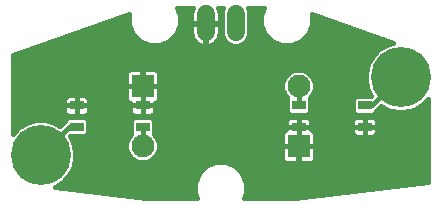
<source format=gbl>
G75*
%MOIN*%
%OFA0B0*%
%FSLAX25Y25*%
%IPPOS*%
%LPD*%
%AMOC8*
5,1,8,0,0,1.08239X$1,22.5*
%
%ADD10C,0.07600*%
%ADD11R,0.07600X0.07600*%
%ADD12R,0.04724X0.03150*%
%ADD13C,0.05937*%
%ADD14C,0.20000*%
%ADD15C,0.01600*%
D10*
X0049800Y0023175D03*
X0101800Y0043175D03*
D11*
X0101800Y0023175D03*
X0049800Y0043175D03*
D12*
X0049800Y0036718D03*
X0049800Y0029632D03*
X0027800Y0029632D03*
X0027800Y0036718D03*
X0101800Y0036718D03*
X0101800Y0029632D03*
X0123800Y0029632D03*
X0123800Y0036718D03*
D13*
X0080800Y0061206D02*
X0080800Y0067144D01*
X0070800Y0067144D02*
X0070800Y0061206D01*
D14*
X0015800Y0046175D03*
X0015800Y0020175D03*
X0135800Y0020175D03*
X0135800Y0046175D03*
D15*
X0022923Y0010893D02*
X0020487Y0009486D01*
X0051075Y0005975D01*
X0067923Y0005975D01*
X0067250Y0007599D01*
X0067250Y0011001D01*
X0068552Y0014143D01*
X0070957Y0016548D01*
X0074099Y0017850D01*
X0077501Y0017850D01*
X0080643Y0016548D01*
X0083048Y0014143D01*
X0084350Y0011001D01*
X0084350Y0007599D01*
X0083677Y0005975D01*
X0100525Y0005975D01*
X0145000Y0011080D01*
X0145000Y0038970D01*
X0142923Y0036893D01*
X0140277Y0035366D01*
X0137327Y0034575D01*
X0134273Y0034575D01*
X0131323Y0035366D01*
X0129460Y0036441D01*
X0127762Y0034743D01*
X0127762Y0034481D01*
X0126825Y0033544D01*
X0120775Y0033544D01*
X0119838Y0034481D01*
X0119838Y0038956D01*
X0120775Y0039893D01*
X0126032Y0039893D01*
X0124991Y0041698D01*
X0124200Y0044648D01*
X0124200Y0047702D01*
X0124991Y0050652D01*
X0126518Y0053298D01*
X0128677Y0055457D01*
X0131323Y0056984D01*
X0133370Y0057533D01*
X0106295Y0067134D01*
X0106350Y0067001D01*
X0106350Y0063599D01*
X0105048Y0060457D01*
X0102643Y0058052D01*
X0099501Y0056750D01*
X0096099Y0056750D01*
X0092957Y0058052D01*
X0090552Y0060457D01*
X0089250Y0063599D01*
X0089250Y0067001D01*
X0090233Y0069375D01*
X0084821Y0069375D01*
X0085368Y0068052D01*
X0085368Y0060298D01*
X0084673Y0058619D01*
X0083388Y0057334D01*
X0081709Y0056638D01*
X0079891Y0056638D01*
X0078212Y0057334D01*
X0076927Y0058619D01*
X0076231Y0060298D01*
X0076231Y0068052D01*
X0076779Y0069375D01*
X0075015Y0069375D01*
X0075219Y0068974D01*
X0075451Y0068260D01*
X0075568Y0067519D01*
X0075568Y0064359D01*
X0070984Y0064359D01*
X0070984Y0063991D01*
X0070984Y0056438D01*
X0071175Y0056438D01*
X0071917Y0056555D01*
X0072630Y0056787D01*
X0073299Y0057128D01*
X0073906Y0057569D01*
X0074437Y0058100D01*
X0074878Y0058707D01*
X0075219Y0059376D01*
X0075451Y0060090D01*
X0075568Y0060831D01*
X0075568Y0063991D01*
X0070984Y0063991D01*
X0070616Y0063991D01*
X0070616Y0056438D01*
X0070425Y0056438D01*
X0069683Y0056555D01*
X0068970Y0056787D01*
X0068301Y0057128D01*
X0067694Y0057569D01*
X0067163Y0058100D01*
X0066722Y0058707D01*
X0066381Y0059376D01*
X0066149Y0060090D01*
X0066031Y0060831D01*
X0066031Y0063991D01*
X0070616Y0063991D01*
X0070616Y0064359D01*
X0066031Y0064359D01*
X0066031Y0067519D01*
X0066149Y0068260D01*
X0066381Y0068974D01*
X0066585Y0069375D01*
X0061367Y0069375D01*
X0062350Y0067001D01*
X0062350Y0063599D01*
X0061048Y0060457D01*
X0058643Y0058052D01*
X0055501Y0056750D01*
X0052099Y0056750D01*
X0048957Y0058052D01*
X0046552Y0060457D01*
X0045250Y0063599D01*
X0045250Y0067001D01*
X0045305Y0067134D01*
X0006600Y0053409D01*
X0006600Y0027380D01*
X0008677Y0029457D01*
X0011323Y0030984D01*
X0014273Y0031775D01*
X0017327Y0031775D01*
X0020277Y0030984D01*
X0022140Y0029909D01*
X0023838Y0031607D01*
X0023838Y0031869D01*
X0024775Y0032806D01*
X0030825Y0032806D01*
X0031762Y0031869D01*
X0031762Y0027394D01*
X0030825Y0026457D01*
X0025568Y0026457D01*
X0026609Y0024652D01*
X0027400Y0021702D01*
X0027400Y0018648D01*
X0026609Y0015698D01*
X0025082Y0013052D01*
X0022923Y0010893D01*
X0022703Y0010766D02*
X0067250Y0010766D01*
X0067250Y0009168D02*
X0023264Y0009168D01*
X0024394Y0012365D02*
X0067815Y0012365D01*
X0068477Y0013963D02*
X0025608Y0013963D01*
X0026531Y0015562D02*
X0069970Y0015562D01*
X0072434Y0017160D02*
X0027001Y0017160D01*
X0027400Y0018759D02*
X0046580Y0018759D01*
X0046741Y0018597D02*
X0048726Y0017775D01*
X0050874Y0017775D01*
X0052859Y0018597D01*
X0054378Y0020116D01*
X0055200Y0022101D01*
X0055200Y0024249D01*
X0054378Y0026234D01*
X0053490Y0027122D01*
X0053762Y0027394D01*
X0053762Y0031869D01*
X0052825Y0032806D01*
X0046775Y0032806D01*
X0045838Y0031869D01*
X0045838Y0027394D01*
X0046110Y0027122D01*
X0045222Y0026234D01*
X0044400Y0024249D01*
X0044400Y0022101D01*
X0045222Y0020116D01*
X0046741Y0018597D01*
X0045122Y0020357D02*
X0027400Y0020357D01*
X0027332Y0021956D02*
X0044460Y0021956D01*
X0044400Y0023554D02*
X0026904Y0023554D01*
X0026321Y0025153D02*
X0044774Y0025153D01*
X0045739Y0026751D02*
X0031119Y0026751D01*
X0031762Y0028350D02*
X0045838Y0028350D01*
X0045838Y0029948D02*
X0031762Y0029948D01*
X0031762Y0031547D02*
X0045838Y0031547D01*
X0046743Y0033466D02*
X0047201Y0033344D01*
X0049800Y0033343D01*
X0049800Y0036718D01*
X0049800Y0033344D01*
X0052399Y0033344D01*
X0052857Y0033466D01*
X0053267Y0033703D01*
X0053603Y0034038D01*
X0053840Y0034449D01*
X0053962Y0034907D01*
X0053962Y0036718D01*
X0049800Y0036718D01*
X0049800Y0036718D01*
X0045638Y0036718D01*
X0045638Y0034907D01*
X0045760Y0034449D01*
X0045997Y0034038D01*
X0046333Y0033703D01*
X0046743Y0033466D01*
X0045681Y0034744D02*
X0031919Y0034744D01*
X0031962Y0034907D02*
X0031962Y0036718D01*
X0027800Y0036718D01*
X0027800Y0033344D01*
X0030399Y0033344D01*
X0030857Y0033466D01*
X0031267Y0033703D01*
X0031603Y0034038D01*
X0031840Y0034449D01*
X0031962Y0034907D01*
X0031962Y0036342D02*
X0045638Y0036342D01*
X0045638Y0036718D02*
X0049800Y0036718D01*
X0049800Y0036718D01*
X0049800Y0036718D01*
X0053962Y0036718D01*
X0053962Y0037609D01*
X0054295Y0037698D01*
X0054705Y0037935D01*
X0055040Y0038270D01*
X0055277Y0038680D01*
X0055400Y0039138D01*
X0055400Y0043089D01*
X0049886Y0043089D01*
X0049886Y0043261D01*
X0049714Y0043261D01*
X0049714Y0048775D01*
X0045763Y0048775D01*
X0045305Y0048652D01*
X0044895Y0048415D01*
X0044560Y0048080D01*
X0044323Y0047670D01*
X0044200Y0047212D01*
X0044200Y0043261D01*
X0049714Y0043261D01*
X0049714Y0043089D01*
X0044200Y0043089D01*
X0044200Y0039138D01*
X0044323Y0038680D01*
X0044560Y0038270D01*
X0044895Y0037935D01*
X0045305Y0037698D01*
X0045638Y0037609D01*
X0045638Y0036718D01*
X0044889Y0037941D02*
X0031962Y0037941D01*
X0031962Y0038530D02*
X0031840Y0038988D01*
X0031603Y0039398D01*
X0031267Y0039733D01*
X0030857Y0039970D01*
X0030399Y0040093D01*
X0027800Y0040093D01*
X0027800Y0036718D01*
X0027800Y0036718D01*
X0027800Y0033343D01*
X0025201Y0033344D01*
X0024743Y0033466D01*
X0024333Y0033703D01*
X0023997Y0034038D01*
X0023760Y0034449D01*
X0023638Y0034907D01*
X0023638Y0036718D01*
X0027800Y0036718D01*
X0027800Y0036718D01*
X0027800Y0036718D01*
X0031962Y0036718D01*
X0031962Y0038530D01*
X0031462Y0039539D02*
X0044200Y0039539D01*
X0044200Y0041138D02*
X0006600Y0041138D01*
X0006600Y0042736D02*
X0044200Y0042736D01*
X0044200Y0044335D02*
X0006600Y0044335D01*
X0006600Y0045933D02*
X0044200Y0045933D01*
X0044286Y0047532D02*
X0006600Y0047532D01*
X0006600Y0049130D02*
X0124583Y0049130D01*
X0124200Y0047532D02*
X0105080Y0047532D01*
X0104859Y0047753D02*
X0102874Y0048575D01*
X0100726Y0048575D01*
X0098741Y0047753D01*
X0097222Y0046234D01*
X0096400Y0044249D01*
X0096400Y0042101D01*
X0097222Y0040116D01*
X0098110Y0039228D01*
X0097838Y0038956D01*
X0097838Y0034481D01*
X0098775Y0033544D01*
X0104825Y0033544D01*
X0105762Y0034481D01*
X0105762Y0038956D01*
X0105490Y0039228D01*
X0106378Y0040116D01*
X0107200Y0042101D01*
X0107200Y0044249D01*
X0106378Y0046234D01*
X0104859Y0047753D01*
X0106502Y0045933D02*
X0124200Y0045933D01*
X0124284Y0044335D02*
X0107165Y0044335D01*
X0107200Y0042736D02*
X0124712Y0042736D01*
X0125314Y0041138D02*
X0106801Y0041138D01*
X0105801Y0039539D02*
X0120421Y0039539D01*
X0119838Y0037941D02*
X0105762Y0037941D01*
X0105762Y0036342D02*
X0119838Y0036342D01*
X0119838Y0034744D02*
X0105762Y0034744D01*
X0104857Y0032884D02*
X0104399Y0033006D01*
X0101800Y0033006D01*
X0099201Y0033006D01*
X0098743Y0032884D01*
X0098333Y0032647D01*
X0097997Y0032312D01*
X0097760Y0031901D01*
X0097638Y0031443D01*
X0097638Y0029632D01*
X0101800Y0029632D01*
X0101800Y0029632D01*
X0101800Y0033006D01*
X0101800Y0029632D01*
X0105962Y0029632D01*
X0105962Y0031443D01*
X0105840Y0031901D01*
X0105603Y0032312D01*
X0105267Y0032647D01*
X0104857Y0032884D01*
X0105935Y0031547D02*
X0119665Y0031547D01*
X0119638Y0031443D02*
X0119638Y0029632D01*
X0123800Y0029632D01*
X0123800Y0029632D01*
X0123800Y0033006D01*
X0121201Y0033006D01*
X0120743Y0032884D01*
X0120333Y0032647D01*
X0119997Y0032312D01*
X0119760Y0031901D01*
X0119638Y0031443D01*
X0119638Y0029948D02*
X0105962Y0029948D01*
X0105962Y0029632D02*
X0101800Y0029632D01*
X0101800Y0029632D01*
X0101800Y0029632D01*
X0097638Y0029632D01*
X0097638Y0028741D01*
X0097305Y0028652D01*
X0096895Y0028415D01*
X0096560Y0028080D01*
X0096323Y0027670D01*
X0096200Y0027212D01*
X0096200Y0023261D01*
X0101714Y0023261D01*
X0101714Y0026257D01*
X0101800Y0026257D01*
X0101800Y0029632D01*
X0101800Y0029632D01*
X0101800Y0026257D01*
X0101886Y0026257D01*
X0101886Y0023261D01*
X0107400Y0023261D01*
X0107400Y0027212D01*
X0107277Y0027670D01*
X0107040Y0028080D01*
X0106705Y0028415D01*
X0106295Y0028652D01*
X0105962Y0028741D01*
X0105962Y0029632D01*
X0106771Y0028350D02*
X0119638Y0028350D01*
X0119638Y0027820D02*
X0119760Y0027362D01*
X0119997Y0026952D01*
X0120333Y0026617D01*
X0120743Y0026380D01*
X0121201Y0026257D01*
X0123800Y0026257D01*
X0126399Y0026257D01*
X0126857Y0026380D01*
X0127267Y0026617D01*
X0127603Y0026952D01*
X0127840Y0027362D01*
X0127962Y0027820D01*
X0127962Y0029632D01*
X0127962Y0031443D01*
X0127840Y0031901D01*
X0127603Y0032312D01*
X0127267Y0032647D01*
X0126857Y0032884D01*
X0126399Y0033006D01*
X0123800Y0033006D01*
X0123800Y0029632D01*
X0127962Y0029632D01*
X0123800Y0029632D01*
X0123800Y0029632D01*
X0123800Y0029632D01*
X0119638Y0029632D01*
X0119638Y0027820D01*
X0120198Y0026751D02*
X0107400Y0026751D01*
X0107400Y0025153D02*
X0145000Y0025153D01*
X0145000Y0026751D02*
X0127402Y0026751D01*
X0127962Y0028350D02*
X0145000Y0028350D01*
X0145000Y0029948D02*
X0127962Y0029948D01*
X0127935Y0031547D02*
X0145000Y0031547D01*
X0145000Y0033145D02*
X0006600Y0033145D01*
X0006600Y0031547D02*
X0013421Y0031547D01*
X0009528Y0029948D02*
X0006600Y0029948D01*
X0006600Y0028350D02*
X0007570Y0028350D01*
X0006600Y0034744D02*
X0023681Y0034744D01*
X0023638Y0036342D02*
X0006600Y0036342D01*
X0006600Y0037941D02*
X0023638Y0037941D01*
X0023638Y0038530D02*
X0023638Y0036718D01*
X0027800Y0036718D01*
X0027800Y0040093D01*
X0025201Y0040093D01*
X0024743Y0039970D01*
X0024333Y0039733D01*
X0023997Y0039398D01*
X0023760Y0038988D01*
X0023638Y0038530D01*
X0024138Y0039539D02*
X0006600Y0039539D01*
X0018179Y0031547D02*
X0023778Y0031547D01*
X0022179Y0029948D02*
X0022072Y0029948D01*
X0025257Y0029632D02*
X0015800Y0020175D01*
X0025257Y0029632D02*
X0027800Y0029632D01*
X0027800Y0034744D02*
X0027800Y0034744D01*
X0027800Y0036342D02*
X0027800Y0036342D01*
X0027800Y0036718D02*
X0027800Y0036718D01*
X0027800Y0037941D02*
X0027800Y0037941D01*
X0027800Y0039539D02*
X0027800Y0039539D01*
X0049714Y0040093D02*
X0049714Y0043089D01*
X0049886Y0043089D01*
X0049886Y0040093D01*
X0049800Y0040093D01*
X0049800Y0036718D01*
X0049800Y0040093D01*
X0049714Y0040093D01*
X0049800Y0039539D02*
X0049800Y0039539D01*
X0049800Y0037941D02*
X0049800Y0037941D01*
X0049800Y0036718D02*
X0049800Y0036718D01*
X0049800Y0036342D02*
X0049800Y0036342D01*
X0049800Y0034744D02*
X0049800Y0034744D01*
X0053919Y0034744D02*
X0097838Y0034744D01*
X0097838Y0036342D02*
X0053962Y0036342D01*
X0054711Y0037941D02*
X0097838Y0037941D01*
X0097799Y0039539D02*
X0055400Y0039539D01*
X0055400Y0041138D02*
X0096799Y0041138D01*
X0096400Y0042736D02*
X0055400Y0042736D01*
X0055400Y0043261D02*
X0055400Y0047212D01*
X0055277Y0047670D01*
X0055040Y0048080D01*
X0054705Y0048415D01*
X0054295Y0048652D01*
X0053837Y0048775D01*
X0049886Y0048775D01*
X0049886Y0043261D01*
X0055400Y0043261D01*
X0055400Y0044335D02*
X0096435Y0044335D01*
X0097098Y0045933D02*
X0055400Y0045933D01*
X0055314Y0047532D02*
X0098520Y0047532D01*
X0101800Y0043175D02*
X0101800Y0036718D01*
X0101800Y0031547D02*
X0101800Y0031547D01*
X0101800Y0029948D02*
X0101800Y0029948D01*
X0101800Y0028350D02*
X0101800Y0028350D01*
X0101800Y0026751D02*
X0101800Y0026751D01*
X0101714Y0025153D02*
X0101886Y0025153D01*
X0101886Y0023554D02*
X0101714Y0023554D01*
X0101714Y0023261D02*
X0101886Y0023261D01*
X0101886Y0023089D01*
X0107400Y0023089D01*
X0107400Y0019138D01*
X0107277Y0018680D01*
X0107040Y0018270D01*
X0106705Y0017935D01*
X0106295Y0017698D01*
X0105837Y0017575D01*
X0101886Y0017575D01*
X0101886Y0023089D01*
X0101714Y0023089D01*
X0101714Y0017575D01*
X0097763Y0017575D01*
X0097305Y0017698D01*
X0096895Y0017935D01*
X0096560Y0018270D01*
X0096323Y0018680D01*
X0096200Y0019138D01*
X0096200Y0023089D01*
X0101714Y0023089D01*
X0101714Y0023261D01*
X0101714Y0021956D02*
X0101886Y0021956D01*
X0101886Y0020357D02*
X0101714Y0020357D01*
X0101714Y0018759D02*
X0101886Y0018759D01*
X0107298Y0018759D02*
X0145000Y0018759D01*
X0145000Y0017160D02*
X0079166Y0017160D01*
X0081630Y0015562D02*
X0145000Y0015562D01*
X0145000Y0013963D02*
X0083123Y0013963D01*
X0083785Y0012365D02*
X0145000Y0012365D01*
X0142261Y0010766D02*
X0084350Y0010766D01*
X0084350Y0009168D02*
X0128336Y0009168D01*
X0114411Y0007569D02*
X0084337Y0007569D01*
X0067263Y0007569D02*
X0037189Y0007569D01*
X0053020Y0018759D02*
X0096302Y0018759D01*
X0096200Y0020357D02*
X0054478Y0020357D01*
X0055140Y0021956D02*
X0096200Y0021956D01*
X0096200Y0023554D02*
X0055200Y0023554D01*
X0054826Y0025153D02*
X0096200Y0025153D01*
X0096200Y0026751D02*
X0053861Y0026751D01*
X0053762Y0028350D02*
X0096829Y0028350D01*
X0097638Y0029948D02*
X0053762Y0029948D01*
X0053762Y0031547D02*
X0097665Y0031547D01*
X0107400Y0023554D02*
X0145000Y0023554D01*
X0145000Y0021956D02*
X0107400Y0021956D01*
X0107400Y0020357D02*
X0145000Y0020357D01*
X0123800Y0026257D02*
X0123800Y0029632D01*
X0123800Y0029632D01*
X0123800Y0026257D01*
X0123800Y0026751D02*
X0123800Y0026751D01*
X0123800Y0028350D02*
X0123800Y0028350D01*
X0123800Y0029948D02*
X0123800Y0029948D01*
X0123800Y0031547D02*
X0123800Y0031547D01*
X0127763Y0034744D02*
X0133643Y0034744D01*
X0137957Y0034744D02*
X0145000Y0034744D01*
X0145000Y0036342D02*
X0141969Y0036342D01*
X0143971Y0037941D02*
X0145000Y0037941D01*
X0135800Y0046175D02*
X0126343Y0036718D01*
X0123800Y0036718D01*
X0129361Y0036342D02*
X0129631Y0036342D01*
X0125035Y0050729D02*
X0006600Y0050729D01*
X0006600Y0052327D02*
X0125958Y0052327D01*
X0127146Y0053926D02*
X0008057Y0053926D01*
X0012565Y0055524D02*
X0128794Y0055524D01*
X0131839Y0057123D02*
X0100401Y0057123D01*
X0103313Y0058721D02*
X0130019Y0058721D01*
X0125511Y0060320D02*
X0104911Y0060320D01*
X0105654Y0061918D02*
X0121003Y0061918D01*
X0116495Y0063517D02*
X0106316Y0063517D01*
X0106350Y0065115D02*
X0111987Y0065115D01*
X0107479Y0066714D02*
X0106350Y0066714D01*
X0092287Y0058721D02*
X0084716Y0058721D01*
X0085368Y0060320D02*
X0090689Y0060320D01*
X0089946Y0061918D02*
X0085368Y0061918D01*
X0085368Y0063517D02*
X0089284Y0063517D01*
X0089250Y0065115D02*
X0085368Y0065115D01*
X0085368Y0066714D02*
X0089250Y0066714D01*
X0089793Y0068312D02*
X0085261Y0068312D01*
X0076339Y0068312D02*
X0075434Y0068312D01*
X0075568Y0066714D02*
X0076231Y0066714D01*
X0076231Y0065115D02*
X0075568Y0065115D01*
X0075568Y0063517D02*
X0076231Y0063517D01*
X0076231Y0061918D02*
X0075568Y0061918D01*
X0075488Y0060320D02*
X0076231Y0060320D01*
X0076884Y0058721D02*
X0074886Y0058721D01*
X0073289Y0057123D02*
X0078721Y0057123D01*
X0082879Y0057123D02*
X0095199Y0057123D01*
X0070984Y0057123D02*
X0070616Y0057123D01*
X0068311Y0057123D02*
X0056401Y0057123D01*
X0059313Y0058721D02*
X0066714Y0058721D01*
X0066112Y0060320D02*
X0060911Y0060320D01*
X0061654Y0061918D02*
X0066031Y0061918D01*
X0066031Y0063517D02*
X0062316Y0063517D01*
X0062350Y0065115D02*
X0066031Y0065115D01*
X0066031Y0066714D02*
X0062350Y0066714D01*
X0061807Y0068312D02*
X0066166Y0068312D01*
X0070616Y0063517D02*
X0070984Y0063517D01*
X0070984Y0061918D02*
X0070616Y0061918D01*
X0070616Y0060320D02*
X0070984Y0060320D01*
X0070984Y0058721D02*
X0070616Y0058721D01*
X0051199Y0057123D02*
X0017073Y0057123D01*
X0021581Y0058721D02*
X0048287Y0058721D01*
X0046689Y0060320D02*
X0026089Y0060320D01*
X0030597Y0061918D02*
X0045946Y0061918D01*
X0045284Y0063517D02*
X0035105Y0063517D01*
X0039613Y0065115D02*
X0045250Y0065115D01*
X0045250Y0066714D02*
X0044121Y0066714D01*
X0049714Y0047532D02*
X0049886Y0047532D01*
X0049886Y0045933D02*
X0049714Y0045933D01*
X0049714Y0044335D02*
X0049886Y0044335D01*
X0049886Y0042736D02*
X0049714Y0042736D01*
X0049714Y0041138D02*
X0049886Y0041138D01*
X0049800Y0029632D02*
X0049800Y0023175D01*
M02*

</source>
